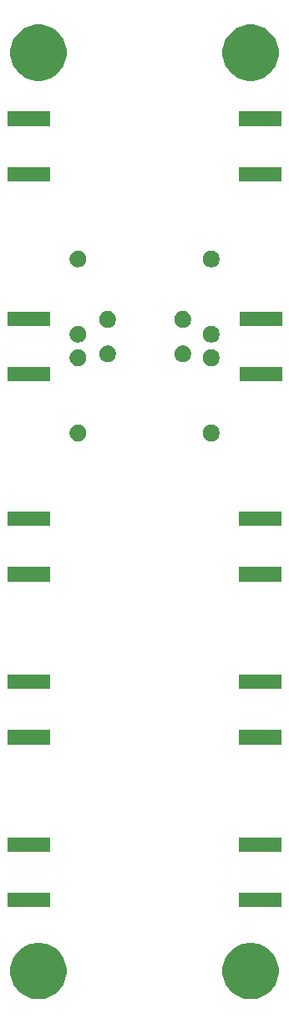
<source format=gbr>
G04 #@! TF.GenerationSoftware,KiCad,Pcbnew,(5.1.5)-3*
G04 #@! TF.CreationDate,2020-11-12T14:52:36+01:00*
G04 #@! TF.ProjectId,50 to 50 Attenuators,35302074-6f20-4353-9020-417474656e75,rev?*
G04 #@! TF.SameCoordinates,Original*
G04 #@! TF.FileFunction,Soldermask,Bot*
G04 #@! TF.FilePolarity,Negative*
%FSLAX46Y46*%
G04 Gerber Fmt 4.6, Leading zero omitted, Abs format (unit mm)*
G04 Created by KiCad (PCBNEW (5.1.5)-3) date 2020-11-12 14:52:36*
%MOMM*%
%LPD*%
G04 APERTURE LIST*
%ADD10C,0.100000*%
G04 APERTURE END LIST*
D10*
G36*
X61056202Y-119203781D02*
G01*
X61331606Y-119258562D01*
X61850455Y-119473476D01*
X62317407Y-119785484D01*
X62714516Y-120182593D01*
X63026524Y-120649545D01*
X63241438Y-121168394D01*
X63351000Y-121719201D01*
X63351000Y-122280799D01*
X63241438Y-122831606D01*
X63026524Y-123350455D01*
X62714516Y-123817407D01*
X62317407Y-124214516D01*
X61850455Y-124526524D01*
X61331606Y-124741438D01*
X61056202Y-124796219D01*
X60780800Y-124851000D01*
X60219200Y-124851000D01*
X59943798Y-124796219D01*
X59668394Y-124741438D01*
X59149545Y-124526524D01*
X58682593Y-124214516D01*
X58285484Y-123817407D01*
X57973476Y-123350455D01*
X57758562Y-122831606D01*
X57649000Y-122280799D01*
X57649000Y-121719201D01*
X57758562Y-121168394D01*
X57973476Y-120649545D01*
X58285484Y-120182593D01*
X58682593Y-119785484D01*
X59149545Y-119473476D01*
X59668394Y-119258562D01*
X59943798Y-119203781D01*
X60219200Y-119149000D01*
X60780800Y-119149000D01*
X61056202Y-119203781D01*
G37*
G36*
X39556202Y-119203781D02*
G01*
X39831606Y-119258562D01*
X40350455Y-119473476D01*
X40817407Y-119785484D01*
X41214516Y-120182593D01*
X41526524Y-120649545D01*
X41741438Y-121168394D01*
X41851000Y-121719201D01*
X41851000Y-122280799D01*
X41741438Y-122831606D01*
X41526524Y-123350455D01*
X41214516Y-123817407D01*
X40817407Y-124214516D01*
X40350455Y-124526524D01*
X39831606Y-124741438D01*
X39556202Y-124796219D01*
X39280800Y-124851000D01*
X38719200Y-124851000D01*
X38443798Y-124796219D01*
X38168394Y-124741438D01*
X37649545Y-124526524D01*
X37182593Y-124214516D01*
X36785484Y-123817407D01*
X36473476Y-123350455D01*
X36258562Y-122831606D01*
X36149000Y-122280799D01*
X36149000Y-121719201D01*
X36258562Y-121168394D01*
X36473476Y-120649545D01*
X36785484Y-120182593D01*
X37182593Y-119785484D01*
X37649545Y-119473476D01*
X38168394Y-119258562D01*
X38443798Y-119203781D01*
X38719200Y-119149000D01*
X39280800Y-119149000D01*
X39556202Y-119203781D01*
G37*
G36*
X40151000Y-115551000D02*
G01*
X35849000Y-115551000D01*
X35849000Y-114099000D01*
X40151000Y-114099000D01*
X40151000Y-115551000D01*
G37*
G36*
X63651000Y-115551000D02*
G01*
X59349000Y-115551000D01*
X59349000Y-114099000D01*
X63651000Y-114099000D01*
X63651000Y-115551000D01*
G37*
G36*
X40151000Y-109901000D02*
G01*
X35849000Y-109901000D01*
X35849000Y-108449000D01*
X40151000Y-108449000D01*
X40151000Y-109901000D01*
G37*
G36*
X63651000Y-109901000D02*
G01*
X59349000Y-109901000D01*
X59349000Y-108449000D01*
X63651000Y-108449000D01*
X63651000Y-109901000D01*
G37*
G36*
X40151000Y-99051000D02*
G01*
X35849000Y-99051000D01*
X35849000Y-97599000D01*
X40151000Y-97599000D01*
X40151000Y-99051000D01*
G37*
G36*
X63651000Y-99051000D02*
G01*
X59349000Y-99051000D01*
X59349000Y-97599000D01*
X63651000Y-97599000D01*
X63651000Y-99051000D01*
G37*
G36*
X40151000Y-93401000D02*
G01*
X35849000Y-93401000D01*
X35849000Y-91949000D01*
X40151000Y-91949000D01*
X40151000Y-93401000D01*
G37*
G36*
X63651000Y-93401000D02*
G01*
X59349000Y-93401000D01*
X59349000Y-91949000D01*
X63651000Y-91949000D01*
X63651000Y-93401000D01*
G37*
G36*
X40151000Y-82551000D02*
G01*
X35849000Y-82551000D01*
X35849000Y-81099000D01*
X40151000Y-81099000D01*
X40151000Y-82551000D01*
G37*
G36*
X63651000Y-82551000D02*
G01*
X59349000Y-82551000D01*
X59349000Y-81099000D01*
X63651000Y-81099000D01*
X63651000Y-82551000D01*
G37*
G36*
X40151000Y-76901000D02*
G01*
X35849000Y-76901000D01*
X35849000Y-75449000D01*
X40151000Y-75449000D01*
X40151000Y-76901000D01*
G37*
G36*
X63651000Y-76901000D02*
G01*
X59349000Y-76901000D01*
X59349000Y-75449000D01*
X63651000Y-75449000D01*
X63651000Y-76901000D01*
G37*
G36*
X43248228Y-66681703D02*
G01*
X43403100Y-66745853D01*
X43542481Y-66838985D01*
X43661015Y-66957519D01*
X43754147Y-67096900D01*
X43818297Y-67251772D01*
X43851000Y-67416184D01*
X43851000Y-67583816D01*
X43818297Y-67748228D01*
X43754147Y-67903100D01*
X43661015Y-68042481D01*
X43542481Y-68161015D01*
X43403100Y-68254147D01*
X43248228Y-68318297D01*
X43083816Y-68351000D01*
X42916184Y-68351000D01*
X42751772Y-68318297D01*
X42596900Y-68254147D01*
X42457519Y-68161015D01*
X42338985Y-68042481D01*
X42245853Y-67903100D01*
X42181703Y-67748228D01*
X42149000Y-67583816D01*
X42149000Y-67416184D01*
X42181703Y-67251772D01*
X42245853Y-67096900D01*
X42338985Y-66957519D01*
X42457519Y-66838985D01*
X42596900Y-66745853D01*
X42751772Y-66681703D01*
X42916184Y-66649000D01*
X43083816Y-66649000D01*
X43248228Y-66681703D01*
G37*
G36*
X56748228Y-66681703D02*
G01*
X56903100Y-66745853D01*
X57042481Y-66838985D01*
X57161015Y-66957519D01*
X57254147Y-67096900D01*
X57318297Y-67251772D01*
X57351000Y-67416184D01*
X57351000Y-67583816D01*
X57318297Y-67748228D01*
X57254147Y-67903100D01*
X57161015Y-68042481D01*
X57042481Y-68161015D01*
X56903100Y-68254147D01*
X56748228Y-68318297D01*
X56583816Y-68351000D01*
X56416184Y-68351000D01*
X56251772Y-68318297D01*
X56096900Y-68254147D01*
X55957519Y-68161015D01*
X55838985Y-68042481D01*
X55745853Y-67903100D01*
X55681703Y-67748228D01*
X55649000Y-67583816D01*
X55649000Y-67416184D01*
X55681703Y-67251772D01*
X55745853Y-67096900D01*
X55838985Y-66957519D01*
X55957519Y-66838985D01*
X56096900Y-66745853D01*
X56251772Y-66681703D01*
X56416184Y-66649000D01*
X56583816Y-66649000D01*
X56748228Y-66681703D01*
G37*
G36*
X40151000Y-62301000D02*
G01*
X35849000Y-62301000D01*
X35849000Y-60849000D01*
X40151000Y-60849000D01*
X40151000Y-62301000D01*
G37*
G36*
X63701000Y-62301000D02*
G01*
X59399000Y-62301000D01*
X59399000Y-60849000D01*
X63701000Y-60849000D01*
X63701000Y-62301000D01*
G37*
G36*
X56748228Y-59061703D02*
G01*
X56903100Y-59125853D01*
X57042481Y-59218985D01*
X57161015Y-59337519D01*
X57254147Y-59476900D01*
X57318297Y-59631772D01*
X57351000Y-59796184D01*
X57351000Y-59963816D01*
X57318297Y-60128228D01*
X57254147Y-60283100D01*
X57161015Y-60422481D01*
X57042481Y-60541015D01*
X56903100Y-60634147D01*
X56748228Y-60698297D01*
X56583816Y-60731000D01*
X56416184Y-60731000D01*
X56251772Y-60698297D01*
X56096900Y-60634147D01*
X55957519Y-60541015D01*
X55838985Y-60422481D01*
X55745853Y-60283100D01*
X55681703Y-60128228D01*
X55649000Y-59963816D01*
X55649000Y-59796184D01*
X55681703Y-59631772D01*
X55745853Y-59476900D01*
X55838985Y-59337519D01*
X55957519Y-59218985D01*
X56096900Y-59125853D01*
X56251772Y-59061703D01*
X56416184Y-59029000D01*
X56583816Y-59029000D01*
X56748228Y-59061703D01*
G37*
G36*
X43248228Y-59061703D02*
G01*
X43403100Y-59125853D01*
X43542481Y-59218985D01*
X43661015Y-59337519D01*
X43754147Y-59476900D01*
X43818297Y-59631772D01*
X43851000Y-59796184D01*
X43851000Y-59963816D01*
X43818297Y-60128228D01*
X43754147Y-60283100D01*
X43661015Y-60422481D01*
X43542481Y-60541015D01*
X43403100Y-60634147D01*
X43248228Y-60698297D01*
X43083816Y-60731000D01*
X42916184Y-60731000D01*
X42751772Y-60698297D01*
X42596900Y-60634147D01*
X42457519Y-60541015D01*
X42338985Y-60422481D01*
X42245853Y-60283100D01*
X42181703Y-60128228D01*
X42149000Y-59963816D01*
X42149000Y-59796184D01*
X42181703Y-59631772D01*
X42245853Y-59476900D01*
X42338985Y-59337519D01*
X42457519Y-59218985D01*
X42596900Y-59125853D01*
X42751772Y-59061703D01*
X42916184Y-59029000D01*
X43083816Y-59029000D01*
X43248228Y-59061703D01*
G37*
G36*
X53868228Y-58681703D02*
G01*
X54023100Y-58745853D01*
X54162481Y-58838985D01*
X54281015Y-58957519D01*
X54374147Y-59096900D01*
X54438297Y-59251772D01*
X54471000Y-59416184D01*
X54471000Y-59583816D01*
X54438297Y-59748228D01*
X54374147Y-59903100D01*
X54281015Y-60042481D01*
X54162481Y-60161015D01*
X54023100Y-60254147D01*
X53868228Y-60318297D01*
X53703816Y-60351000D01*
X53536184Y-60351000D01*
X53371772Y-60318297D01*
X53216900Y-60254147D01*
X53077519Y-60161015D01*
X52958985Y-60042481D01*
X52865853Y-59903100D01*
X52801703Y-59748228D01*
X52769000Y-59583816D01*
X52769000Y-59416184D01*
X52801703Y-59251772D01*
X52865853Y-59096900D01*
X52958985Y-58957519D01*
X53077519Y-58838985D01*
X53216900Y-58745853D01*
X53371772Y-58681703D01*
X53536184Y-58649000D01*
X53703816Y-58649000D01*
X53868228Y-58681703D01*
G37*
G36*
X46248228Y-58681703D02*
G01*
X46403100Y-58745853D01*
X46542481Y-58838985D01*
X46661015Y-58957519D01*
X46754147Y-59096900D01*
X46818297Y-59251772D01*
X46851000Y-59416184D01*
X46851000Y-59583816D01*
X46818297Y-59748228D01*
X46754147Y-59903100D01*
X46661015Y-60042481D01*
X46542481Y-60161015D01*
X46403100Y-60254147D01*
X46248228Y-60318297D01*
X46083816Y-60351000D01*
X45916184Y-60351000D01*
X45751772Y-60318297D01*
X45596900Y-60254147D01*
X45457519Y-60161015D01*
X45338985Y-60042481D01*
X45245853Y-59903100D01*
X45181703Y-59748228D01*
X45149000Y-59583816D01*
X45149000Y-59416184D01*
X45181703Y-59251772D01*
X45245853Y-59096900D01*
X45338985Y-58957519D01*
X45457519Y-58838985D01*
X45596900Y-58745853D01*
X45751772Y-58681703D01*
X45916184Y-58649000D01*
X46083816Y-58649000D01*
X46248228Y-58681703D01*
G37*
G36*
X56748228Y-56681703D02*
G01*
X56903100Y-56745853D01*
X57042481Y-56838985D01*
X57161015Y-56957519D01*
X57254147Y-57096900D01*
X57318297Y-57251772D01*
X57351000Y-57416184D01*
X57351000Y-57583816D01*
X57318297Y-57748228D01*
X57254147Y-57903100D01*
X57161015Y-58042481D01*
X57042481Y-58161015D01*
X56903100Y-58254147D01*
X56748228Y-58318297D01*
X56583816Y-58351000D01*
X56416184Y-58351000D01*
X56251772Y-58318297D01*
X56096900Y-58254147D01*
X55957519Y-58161015D01*
X55838985Y-58042481D01*
X55745853Y-57903100D01*
X55681703Y-57748228D01*
X55649000Y-57583816D01*
X55649000Y-57416184D01*
X55681703Y-57251772D01*
X55745853Y-57096900D01*
X55838985Y-56957519D01*
X55957519Y-56838985D01*
X56096900Y-56745853D01*
X56251772Y-56681703D01*
X56416184Y-56649000D01*
X56583816Y-56649000D01*
X56748228Y-56681703D01*
G37*
G36*
X43248228Y-56681703D02*
G01*
X43403100Y-56745853D01*
X43542481Y-56838985D01*
X43661015Y-56957519D01*
X43754147Y-57096900D01*
X43818297Y-57251772D01*
X43851000Y-57416184D01*
X43851000Y-57583816D01*
X43818297Y-57748228D01*
X43754147Y-57903100D01*
X43661015Y-58042481D01*
X43542481Y-58161015D01*
X43403100Y-58254147D01*
X43248228Y-58318297D01*
X43083816Y-58351000D01*
X42916184Y-58351000D01*
X42751772Y-58318297D01*
X42596900Y-58254147D01*
X42457519Y-58161015D01*
X42338985Y-58042481D01*
X42245853Y-57903100D01*
X42181703Y-57748228D01*
X42149000Y-57583816D01*
X42149000Y-57416184D01*
X42181703Y-57251772D01*
X42245853Y-57096900D01*
X42338985Y-56957519D01*
X42457519Y-56838985D01*
X42596900Y-56745853D01*
X42751772Y-56681703D01*
X42916184Y-56649000D01*
X43083816Y-56649000D01*
X43248228Y-56681703D01*
G37*
G36*
X53868228Y-55181703D02*
G01*
X54023100Y-55245853D01*
X54162481Y-55338985D01*
X54281015Y-55457519D01*
X54374147Y-55596900D01*
X54438297Y-55751772D01*
X54471000Y-55916184D01*
X54471000Y-56083816D01*
X54438297Y-56248228D01*
X54374147Y-56403100D01*
X54281015Y-56542481D01*
X54162481Y-56661015D01*
X54023100Y-56754147D01*
X53868228Y-56818297D01*
X53703816Y-56851000D01*
X53536184Y-56851000D01*
X53371772Y-56818297D01*
X53216900Y-56754147D01*
X53077519Y-56661015D01*
X52958985Y-56542481D01*
X52865853Y-56403100D01*
X52801703Y-56248228D01*
X52769000Y-56083816D01*
X52769000Y-55916184D01*
X52801703Y-55751772D01*
X52865853Y-55596900D01*
X52958985Y-55457519D01*
X53077519Y-55338985D01*
X53216900Y-55245853D01*
X53371772Y-55181703D01*
X53536184Y-55149000D01*
X53703816Y-55149000D01*
X53868228Y-55181703D01*
G37*
G36*
X46248228Y-55181703D02*
G01*
X46403100Y-55245853D01*
X46542481Y-55338985D01*
X46661015Y-55457519D01*
X46754147Y-55596900D01*
X46818297Y-55751772D01*
X46851000Y-55916184D01*
X46851000Y-56083816D01*
X46818297Y-56248228D01*
X46754147Y-56403100D01*
X46661015Y-56542481D01*
X46542481Y-56661015D01*
X46403100Y-56754147D01*
X46248228Y-56818297D01*
X46083816Y-56851000D01*
X45916184Y-56851000D01*
X45751772Y-56818297D01*
X45596900Y-56754147D01*
X45457519Y-56661015D01*
X45338985Y-56542481D01*
X45245853Y-56403100D01*
X45181703Y-56248228D01*
X45149000Y-56083816D01*
X45149000Y-55916184D01*
X45181703Y-55751772D01*
X45245853Y-55596900D01*
X45338985Y-55457519D01*
X45457519Y-55338985D01*
X45596900Y-55245853D01*
X45751772Y-55181703D01*
X45916184Y-55149000D01*
X46083816Y-55149000D01*
X46248228Y-55181703D01*
G37*
G36*
X40151000Y-56651000D02*
G01*
X35849000Y-56651000D01*
X35849000Y-55199000D01*
X40151000Y-55199000D01*
X40151000Y-56651000D01*
G37*
G36*
X63701000Y-56651000D02*
G01*
X59399000Y-56651000D01*
X59399000Y-55199000D01*
X63701000Y-55199000D01*
X63701000Y-56651000D01*
G37*
G36*
X56748228Y-49061703D02*
G01*
X56903100Y-49125853D01*
X57042481Y-49218985D01*
X57161015Y-49337519D01*
X57254147Y-49476900D01*
X57318297Y-49631772D01*
X57351000Y-49796184D01*
X57351000Y-49963816D01*
X57318297Y-50128228D01*
X57254147Y-50283100D01*
X57161015Y-50422481D01*
X57042481Y-50541015D01*
X56903100Y-50634147D01*
X56748228Y-50698297D01*
X56583816Y-50731000D01*
X56416184Y-50731000D01*
X56251772Y-50698297D01*
X56096900Y-50634147D01*
X55957519Y-50541015D01*
X55838985Y-50422481D01*
X55745853Y-50283100D01*
X55681703Y-50128228D01*
X55649000Y-49963816D01*
X55649000Y-49796184D01*
X55681703Y-49631772D01*
X55745853Y-49476900D01*
X55838985Y-49337519D01*
X55957519Y-49218985D01*
X56096900Y-49125853D01*
X56251772Y-49061703D01*
X56416184Y-49029000D01*
X56583816Y-49029000D01*
X56748228Y-49061703D01*
G37*
G36*
X43248228Y-49061703D02*
G01*
X43403100Y-49125853D01*
X43542481Y-49218985D01*
X43661015Y-49337519D01*
X43754147Y-49476900D01*
X43818297Y-49631772D01*
X43851000Y-49796184D01*
X43851000Y-49963816D01*
X43818297Y-50128228D01*
X43754147Y-50283100D01*
X43661015Y-50422481D01*
X43542481Y-50541015D01*
X43403100Y-50634147D01*
X43248228Y-50698297D01*
X43083816Y-50731000D01*
X42916184Y-50731000D01*
X42751772Y-50698297D01*
X42596900Y-50634147D01*
X42457519Y-50541015D01*
X42338985Y-50422481D01*
X42245853Y-50283100D01*
X42181703Y-50128228D01*
X42149000Y-49963816D01*
X42149000Y-49796184D01*
X42181703Y-49631772D01*
X42245853Y-49476900D01*
X42338985Y-49337519D01*
X42457519Y-49218985D01*
X42596900Y-49125853D01*
X42751772Y-49061703D01*
X42916184Y-49029000D01*
X43083816Y-49029000D01*
X43248228Y-49061703D01*
G37*
G36*
X63626000Y-42051000D02*
G01*
X59324000Y-42051000D01*
X59324000Y-40599000D01*
X63626000Y-40599000D01*
X63626000Y-42051000D01*
G37*
G36*
X40151000Y-42051000D02*
G01*
X35849000Y-42051000D01*
X35849000Y-40599000D01*
X40151000Y-40599000D01*
X40151000Y-42051000D01*
G37*
G36*
X63626000Y-36401000D02*
G01*
X59324000Y-36401000D01*
X59324000Y-34949000D01*
X63626000Y-34949000D01*
X63626000Y-36401000D01*
G37*
G36*
X40151000Y-36401000D02*
G01*
X35849000Y-36401000D01*
X35849000Y-34949000D01*
X40151000Y-34949000D01*
X40151000Y-36401000D01*
G37*
G36*
X39556202Y-26195781D02*
G01*
X39831606Y-26250562D01*
X40350455Y-26465476D01*
X40817407Y-26777484D01*
X41214516Y-27174593D01*
X41526524Y-27641545D01*
X41741438Y-28160394D01*
X41851000Y-28711201D01*
X41851000Y-29272799D01*
X41741438Y-29823606D01*
X41526524Y-30342455D01*
X41214516Y-30809407D01*
X40817407Y-31206516D01*
X40350455Y-31518524D01*
X39831606Y-31733438D01*
X39556202Y-31788219D01*
X39280800Y-31843000D01*
X38719200Y-31843000D01*
X38443798Y-31788219D01*
X38168394Y-31733438D01*
X37649545Y-31518524D01*
X37182593Y-31206516D01*
X36785484Y-30809407D01*
X36473476Y-30342455D01*
X36258562Y-29823606D01*
X36149000Y-29272799D01*
X36149000Y-28711201D01*
X36258562Y-28160394D01*
X36473476Y-27641545D01*
X36785484Y-27174593D01*
X37182593Y-26777484D01*
X37649545Y-26465476D01*
X38168394Y-26250562D01*
X38443798Y-26195781D01*
X38719200Y-26141000D01*
X39280800Y-26141000D01*
X39556202Y-26195781D01*
G37*
G36*
X61056202Y-26195781D02*
G01*
X61331606Y-26250562D01*
X61850455Y-26465476D01*
X62317407Y-26777484D01*
X62714516Y-27174593D01*
X63026524Y-27641545D01*
X63241438Y-28160394D01*
X63351000Y-28711201D01*
X63351000Y-29272799D01*
X63241438Y-29823606D01*
X63026524Y-30342455D01*
X62714516Y-30809407D01*
X62317407Y-31206516D01*
X61850455Y-31518524D01*
X61331606Y-31733438D01*
X61056202Y-31788219D01*
X60780800Y-31843000D01*
X60219200Y-31843000D01*
X59943798Y-31788219D01*
X59668394Y-31733438D01*
X59149545Y-31518524D01*
X58682593Y-31206516D01*
X58285484Y-30809407D01*
X57973476Y-30342455D01*
X57758562Y-29823606D01*
X57649000Y-29272799D01*
X57649000Y-28711201D01*
X57758562Y-28160394D01*
X57973476Y-27641545D01*
X58285484Y-27174593D01*
X58682593Y-26777484D01*
X59149545Y-26465476D01*
X59668394Y-26250562D01*
X59943798Y-26195781D01*
X60219200Y-26141000D01*
X60780800Y-26141000D01*
X61056202Y-26195781D01*
G37*
M02*

</source>
